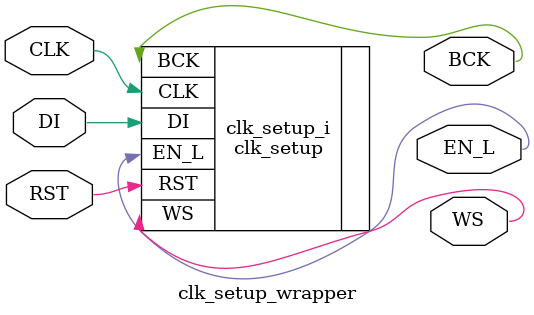
<source format=v>
`timescale 1 ps / 1 ps

module clk_setup_wrapper
   (BCK,
    CLK,
    DI,
    EN_L,
    RST,
    WS);
  output BCK;
  input CLK;
  input DI;
  output EN_L;
  input RST;
  output WS;

  wire BCK;
  wire CLK;
  wire DI;
  wire EN_L;
  wire RST;
  wire WS;

  clk_setup clk_setup_i
       (.BCK(BCK),
        .CLK(CLK),
        .DI(DI),
        .EN_L(EN_L),
        .RST(RST),
        .WS(WS));
endmodule

</source>
